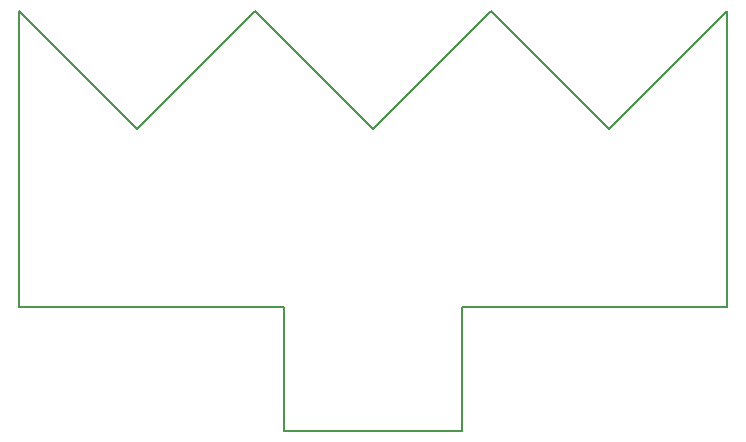
<source format=gm1>
G04 #@! TF.GenerationSoftware,KiCad,Pcbnew,(5.0.2)-1*
G04 #@! TF.CreationDate,2019-05-26T20:59:48+09:00*
G04 #@! TF.ProjectId,Grass,47726173-732e-46b6-9963-61645f706362,rev?*
G04 #@! TF.SameCoordinates,Original*
G04 #@! TF.FileFunction,Profile,NP*
%FSLAX46Y46*%
G04 Gerber Fmt 4.6, Leading zero omitted, Abs format (unit mm)*
G04 Created by KiCad (PCBNEW (5.0.2)-1) date 2019/05/26 20:59:48*
%MOMM*%
%LPD*%
G01*
G04 APERTURE LIST*
%ADD10C,0.150000*%
G04 APERTURE END LIST*
D10*
X122500000Y-150000000D02*
X122500000Y-160500000D01*
X137500000Y-150000000D02*
X137500000Y-160500000D01*
X122500000Y-160500000D02*
X137500000Y-160500000D01*
X122500000Y-150000000D02*
X100000000Y-150000000D01*
X160000000Y-150000000D02*
X137500000Y-150000000D01*
X160000000Y-125000000D02*
X160000000Y-150000000D01*
X150000000Y-135000000D02*
X160000000Y-125000000D01*
X140000000Y-125000000D02*
X150000000Y-135000000D01*
X130000000Y-135000000D02*
X140000000Y-125000000D01*
X120000000Y-125000000D02*
X130000000Y-135000000D01*
X110000000Y-135000000D02*
X120000000Y-125000000D01*
X100000000Y-125000000D02*
X110000000Y-135000000D01*
X100000000Y-150000000D02*
X100000000Y-125000000D01*
M02*

</source>
